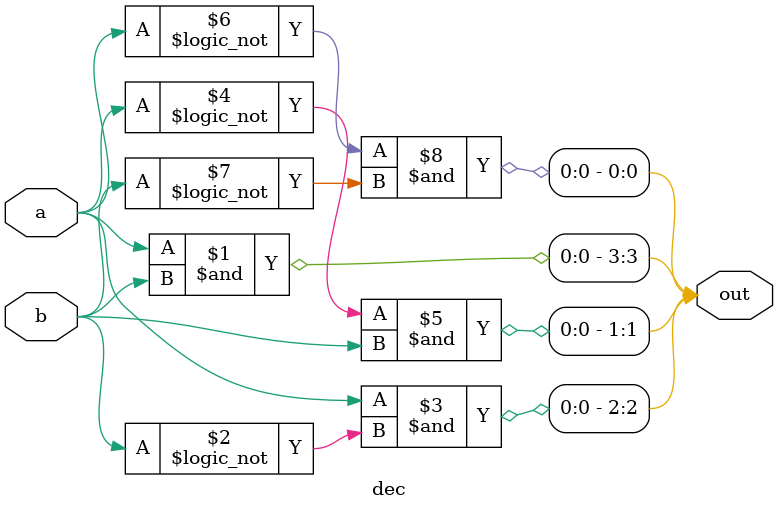
<source format=v>
`timescale 1ns / 1ps


module dec(a, b, out);
    input a, b;
    output [3:0] out;
    assign out[3] = a&b;
    assign out[2] = a&(!b);
    assign out[1] = (!a)&b;
    assign out[0] = (!a)&(!b);
endmodule

</source>
